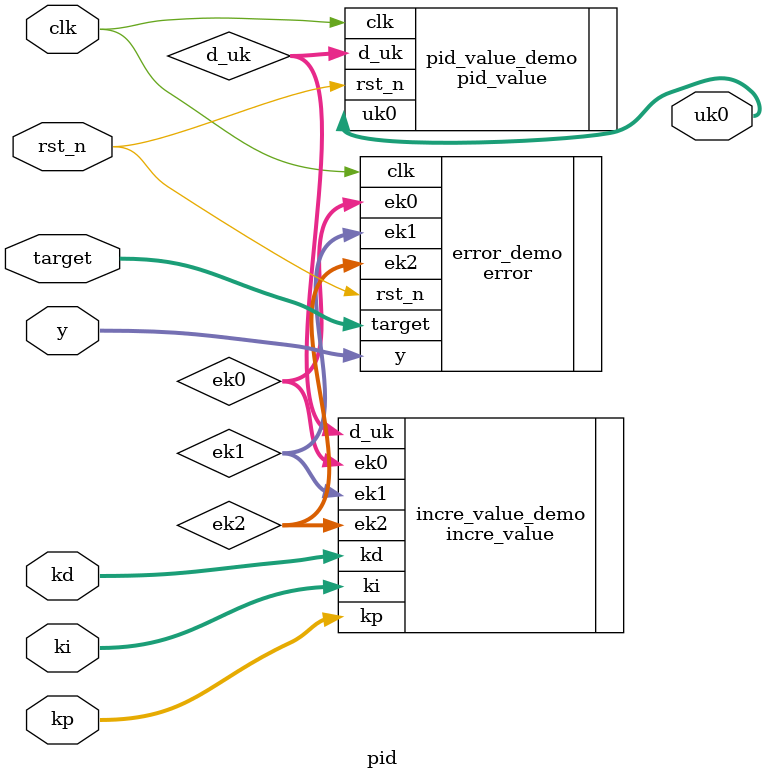
<source format=v>

module  pid(
	//system signals
	input		clk						, // 时钟信号
	input		rst_n					, // 复位信号，低电平有效
	input		signed [11:0]		target	, // 目标值
	input		signed [11:0]		   y	, // 实际输出值
	input		[3:0]		  kp	, // 比例系数
	input		[3:0]		  ki	, // 积分系数
	input		[3:0]		  kd	, // 微分系数
	output		signed [16:0]	      uk0	  // pid输出值
);
 
wire	signed [11:0] ek0; // e(k)
wire	signed [11:0] ek1; // e(k-1)
wire	signed [11:0] ek2; // e(k-2)
error error_demo(.clk(clk),
				 .rst_n(rst_n),
				 .target(target),
				 .y(y),
				 .ek0(ek0),
				 .ek1(ek1),
				 .ek2(ek2)
	            );
 
 
wire signed [16:0] d_uk;// pid增量
incre_value incre_value_demo(.ek0(ek0),
							 .ek1(ek1),
							 .ek2(ek2),
							 .kp(kp),
							 .ki(ki),
							 .kd(kd),
							 .d_uk(d_uk)
				             );
 
pid_value pid_value_demo(.clk(clk),
						 .rst_n(rst_n),
						 .d_uk(d_uk),
						 .uk0(uk0)
				        );
 
endmodule
</source>
